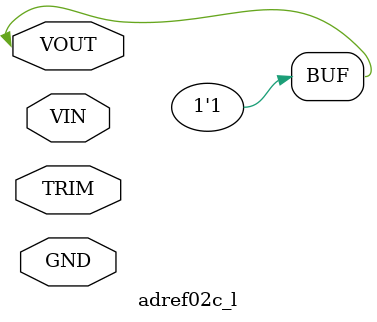
<source format=v>
/* 
 *  Created:  < wittich 17/08/95>
 *  Time-stamp: <95/08/21 12:46:18 wittich>
 *  filename: /tape/snopcb/snolib_fec32/adref02c_l/verilog_lib/verilog.v
 *  
 *  Comments: 5V voltage reference, local version.  This model puts out a
 *            supply1 strength signal on its output.  Trim is a dummy
 *            input.
 *
 *  Modification History:
 *  ------------------------------
 *  17/08/95          Created, PW.
 * 
 */ 

module adref02c_l(VIN, GND, TRIM, VOUT) ;
  input VIN, GND, TRIM;
  inout VOUT;

  supply1 VOUT;

endmodule /* adref02c_l */

</source>
